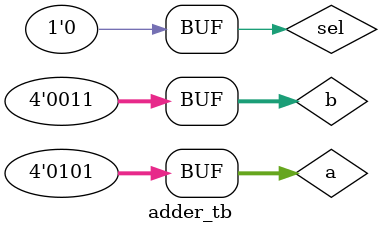
<source format=v>
module adder(a,b,sel,res);

input [3:0]a,b;
input sel;
output [3:0]res;
assign res= sel  ? a+b :a-b ;

endmodule
module adder_tb();

reg [3:0] a,b;
reg sel;
wire [3:0] res;
 adder obj(a,b,sel,res);
initial begin

a= 4'b1101; b=4'b0010 ;sel=1 ; #1000;
a= 4'b0101; b=4'b0011 ; sel=0 ; #1000;
//contains all the trial
end

endmodule

</source>
